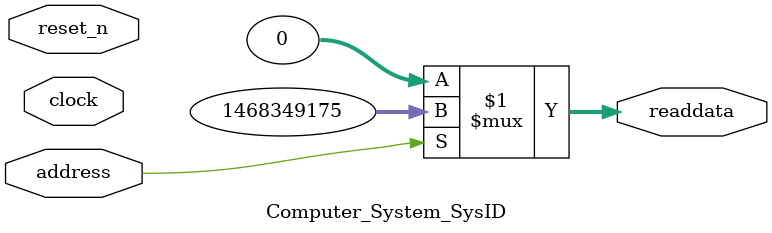
<source format=v>

`timescale 1ns / 1ps
// synthesis translate_on

// turn off superfluous verilog processor warnings 
// altera message_level Level1 
// altera message_off 10034 10035 10036 10037 10230 10240 10030 

module Computer_System_SysID (
               // inputs:
                address,
                clock,
                reset_n,

               // outputs:
                readdata
             )
;

  output  [ 31: 0] readdata;
  input            address;
  input            clock;
  input            reset_n;

  wire    [ 31: 0] readdata;
  //control_slave, which is an e_avalon_slave
  assign readdata = address ? 1468349175 : 0;

endmodule




</source>
